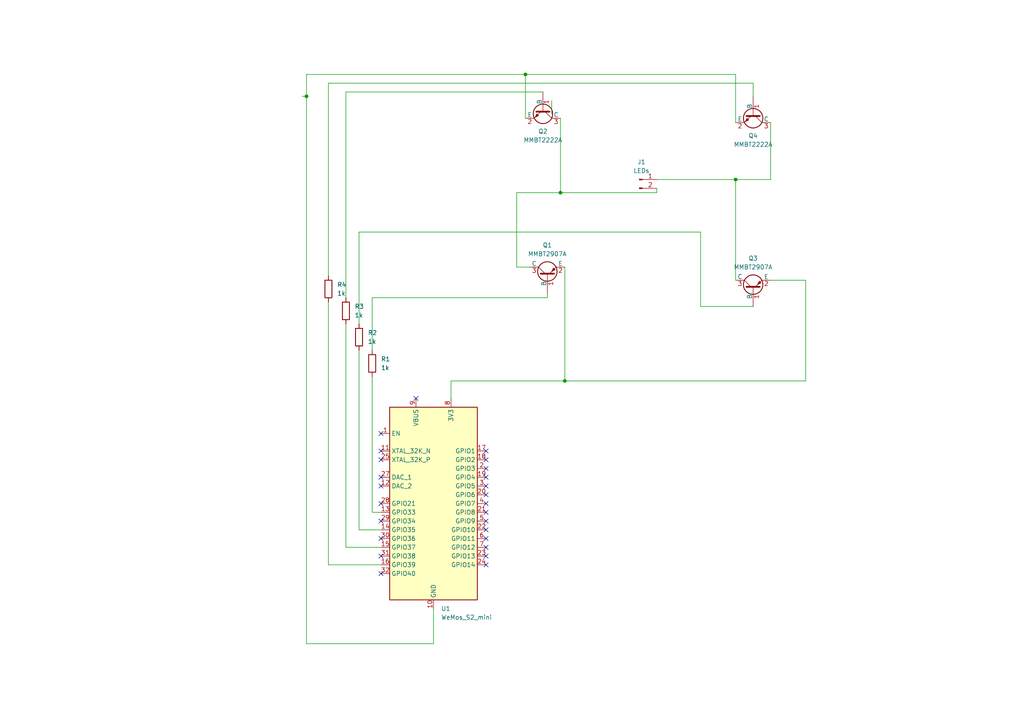
<source format=kicad_sch>
(kicad_sch (version 20231120) (generator "eeschema") (generator_version "8.0")
  (paper "A4")
  (lib_symbols
    (symbol "Connector:Conn_01x02_Pin" (pin_names (offset 1.016) hide)
      (property "Reference" "J" (at 0 2.54 0))
      (property "Value" "Conn_01x02_Pin" (at 0 -5.08 0))
      (symbol "Conn_01x02_Pin_1_1"
        (polyline (pts (xy 1.27 -2.54) (xy 0.8636 -2.54)) (stroke (width 0.1524)))
        (polyline (pts (xy 1.27 0) (xy 0.8636 0)) (stroke (width 0.1524)))
        (rectangle (start 0.8636 -2.413) (end 0 -2.667) (stroke (width 0.1524)) (fill (type outline)))
        (rectangle (start 0.8636 0.127) (end 0 -0.127) (stroke (width 0.1524)) (fill (type outline)))
        (pin passive line (at 5.08 0 180) (length 3.81) (name "Pin_1") (number "1"))
        (pin passive line (at 5.08 -2.54 180) (length 3.81) (name "Pin_2") (number "2"))
      )
    )
    (symbol "Device:Q_PNP_BEC" (pin_names (offset 0))
      (property "Reference" "Q" (at 5.08 1.27 0))
      (property "Value" "Q_PNP_BEC" (at 5.08 -1.27 0))
      (symbol "Q_PNP_BEC_0_1"
        (polyline (pts (xy 0.635 0.635) (xy 2.54 2.54)))
        (polyline (pts (xy 0.635 -0.635) (xy 2.54 -2.54) (xy 2.54 -2.54)))
        (polyline (pts (xy 0.635 1.905) (xy 0.635 -1.905) (xy 0.635 -1.905)) (stroke (width 0.508)))
        (polyline (pts (xy 2.286 -1.778) (xy 1.778 -2.286) (xy 1.27 -1.27) (xy 2.286 -1.778) (xy 2.286 -1.778)) (fill (type outline)))
        (circle (center 1.27 0) (radius 2.8194) (stroke (width 0.254)))
      )
      (symbol "Q_PNP_BEC_1_1"
        (pin input line (at -5.08 0 0) (length 5.715) (name "B") (number "1"))
        (pin passive line (at 2.54 -5.08 90) (length 2.54) (name "E") (number "2"))
        (pin passive line (at 2.54 5.08 270) (length 2.54) (name "C") (number "3"))
      )
    )
    (symbol "Device:R" (pin_numbers hide) (pin_names (offset 0))
      (property "Reference" "R" (at 2.032 0 90))
      (property "Value" "R" (at 0 0 90))
      (symbol "R_0_1"
        (rectangle (start -1.016 -2.54) (end 1.016 2.54) (stroke (width 0.254)))
      )
      (symbol "R_1_1"
        (pin passive line (at 0 3.81 270) (length 1.27) (name "~") (number "1"))
        (pin passive line (at 0 -3.81 90) (length 1.27) (name "~") (number "2"))
      )
    )
    (symbol "MMBT2222A_1" (pin_names (offset 0))
      (property "Reference" "Q" (at 5.08 1.905 0))
      (property "Value" "MMBT2222A" (at 5.08 0 0))
      (symbol "MMBT2222A_1_0_1"
        (polyline (pts (xy 0.635 0.635) (xy 2.54 2.54)))
        (polyline (pts (xy 0.635 -0.635) (xy 2.54 -2.54) (xy 2.54 -2.54)))
        (polyline (pts (xy 0.635 1.905) (xy 0.635 -1.905) (xy 0.635 -1.905)) (stroke (width 0.508)))
        (polyline (pts (xy 1.27 -1.778) (xy 1.778 -1.27) (xy 2.286 -2.286) (xy 1.27 -1.778) (xy 1.27 -1.778)) (fill (type outline)))
        (circle (center 1.27 0) (radius 2.8194) (stroke (width 0.254)))
      )
      (symbol "MMBT2222A_1_1_1"
        (pin input line (at -5.08 0 0) (length 5.715) (name "B") (number "1"))
        (pin passive line (at 2.54 -5.08 90) (length 2.54) (name "E") (number "2"))
        (pin passive line (at 2.54 5.08 270) (length 2.54) (name "C") (number "3"))
      )
    )
    (symbol "Q_PNP_BEC_1" (pin_names (offset 0))
      (property "Reference" "Q" (at 5.08 1.27 0))
      (property "Value" "Q_PNP_BEC" (at 5.08 -1.27 0))
      (symbol "Q_PNP_BEC_1_0_1"
        (polyline (pts (xy 0.635 0.635) (xy 2.54 2.54)))
        (polyline (pts (xy 0.635 -0.635) (xy 2.54 -2.54) (xy 2.54 -2.54)))
        (polyline (pts (xy 0.635 1.905) (xy 0.635 -1.905) (xy 0.635 -1.905)) (stroke (width 0.508)))
        (polyline (pts (xy 2.286 -1.778) (xy 1.778 -2.286) (xy 1.27 -1.27) (xy 2.286 -1.778) (xy 2.286 -1.778)) (fill (type outline)))
        (circle (center 1.27 0) (radius 2.8194) (stroke (width 0.254)))
      )
      (symbol "Q_PNP_BEC_1_1_1"
        (pin input line (at -5.08 0 0) (length 5.715) (name "B") (number "1"))
        (pin passive line (at 2.54 -5.08 90) (length 2.54) (name "E") (number "2"))
        (pin passive line (at 2.54 5.08 270) (length 2.54) (name "C") (number "3"))
      )
    )
    (symbol "Transistor_BJT:MMBT2222A" (pin_names (offset 0))
      (property "Reference" "Q" (at 5.08 1.905 0))
      (property "Value" "MMBT2222A" (at 5.08 0 0))
      (symbol "MMBT2222A_0_1"
        (polyline (pts (xy 0.635 0.635) (xy 2.54 2.54)))
        (polyline (pts (xy 0.635 -0.635) (xy 2.54 -2.54) (xy 2.54 -2.54)))
        (polyline (pts (xy 0.635 1.905) (xy 0.635 -1.905) (xy 0.635 -1.905)) (stroke (width 0.508)))
        (polyline (pts (xy 1.27 -1.778) (xy 1.778 -1.27) (xy 2.286 -2.286) (xy 1.27 -1.778) (xy 1.27 -1.778)) (fill (type outline)))
        (circle (center 1.27 0) (radius 2.8194) (stroke (width 0.254)))
      )
      (symbol "MMBT2222A_1_1"
        (pin input line (at -5.08 0 0) (length 5.715) (name "B") (number "1"))
        (pin passive line (at 2.54 -5.08 90) (length 2.54) (name "E") (number "2"))
        (pin passive line (at 2.54 5.08 270) (length 2.54) (name "C") (number "3"))
      )
    )
    (symbol "wemoss2:WeMos_S2_mini"
      (property "Reference" "U" (at 2.54 -30.48 0))
      (property "Value" "WeMos_S2_mini" (at 2.54 -33.02 0))
      (symbol "WeMos_S2_mini_1_1"
        (rectangle (start -12.7 27.94) (end 12.7 -27.94) (stroke (width 0.254)) (fill (type background)))
        (pin input line (at -15.24 20.32 0) (length 2.54) (name "EN") (number "1"))
        (pin power_in line (at 0 -30.48 90) (length 2.54) (name "GND") (number "10"))
        (pin input line (at -15.24 15.24 0) (length 2.54) (name "XTAL_32K_N") (number "11"))
        (pin output line (at -15.24 5.08 0) (length 2.54) (name "DAC_2") (number "12"))
        (pin bidirectional line (at -15.24 -2.54 0) (length 2.54) (name "GPIO33") (number "13"))
        (pin bidirectional line (at -15.24 -7.62 0) (length 2.54) (name "GPIO35") (number "14"))
        (pin bidirectional line (at -15.24 -12.7 0) (length 2.54) (name "GPIO37") (number "15"))
        (pin bidirectional line (at -15.24 -17.78 0) (length 2.54) (name "GPIO39") (number "16"))
        (pin bidirectional line (at 15.24 15.24 180) (length 2.54) (name "GPIO1") (number "17"))
        (pin bidirectional line (at 15.24 12.7 180) (length 2.54) (name "GPIO2") (number "18"))
        (pin bidirectional line (at 15.24 7.62 180) (length 2.54) (name "GPIO4") (number "19"))
        (pin bidirectional line (at 15.24 10.16 180) (length 2.54) (name "GPIO3") (number "2"))
        (pin bidirectional line (at 15.24 2.54 180) (length 2.54) (name "GPIO6") (number "20"))
        (pin bidirectional line (at 15.24 -2.54 180) (length 2.54) (name "GPIO8") (number "21"))
        (pin bidirectional line (at 15.24 -7.62 180) (length 2.54) (name "GPIO10") (number "22"))
        (pin bidirectional line (at 15.24 -15.24 180) (length 2.54) (name "GPIO13") (number "23"))
        (pin bidirectional line (at 15.24 -17.78 180) (length 2.54) (name "GPIO14") (number "24"))
        (pin output line (at -15.24 12.7 0) (length 2.54) (name "XTAL_32K_P") (number "25"))
        (pin passive line (at 0 -30.48 90) (length 2.54) hide (name "GND") (number "26"))
        (pin output line (at -15.24 7.62 0) (length 2.54) (name "DAC_1") (number "27"))
        (pin bidirectional line (at -15.24 0 0) (length 2.54) (name "GPIO21") (number "28"))
        (pin bidirectional line (at -15.24 -5.08 0) (length 2.54) (name "GPIO34") (number "29"))
        (pin bidirectional line (at 15.24 5.08 180) (length 2.54) (name "GPIO5") (number "3"))
        (pin bidirectional line (at -15.24 -10.16 0) (length 2.54) (name "GPIO36") (number "30"))
        (pin bidirectional line (at -15.24 -15.24 0) (length 2.54) (name "GPIO38") (number "31"))
        (pin bidirectional line (at -15.24 -20.32 0) (length 2.54) (name "GPIO40") (number "32"))
        (pin bidirectional line (at 15.24 0 180) (length 2.54) (name "GPIO7") (number "4"))
        (pin bidirectional line (at 15.24 -5.08 180) (length 2.54) (name "GPIO9") (number "5"))
        (pin bidirectional line (at 15.24 -10.16 180) (length 2.54) (name "GPIO11") (number "6"))
        (pin bidirectional line (at 15.24 -12.7 180) (length 2.54) (name "GPIO12") (number "7"))
        (pin power_out line (at 5.08 30.48 270) (length 2.54) (name "3V3") (number "8"))
        (pin power_out line (at -5.08 30.48 270) (length 2.54) (name "VBUS") (number "9"))
      )
    )
  )
  (junction (at 163.83 110.49))
  (junction (at 213.36 52.07))
  (junction (at 88.9 27.94))
  (junction (at 162.56 55.88))
  (junction (at 152.4 21.59))
  (no_connect (at 120.65 115.57))
  (no_connect (at 110.49 125.73))
  (no_connect (at 110.49 138.43))
  (no_connect (at 140.97 143.51))
  (no_connect (at 110.49 133.35))
  (no_connect (at 140.97 135.89))
  (no_connect (at 140.97 151.13))
  (no_connect (at 110.49 156.21))
  (no_connect (at 140.97 146.05))
  (no_connect (at 140.97 156.21))
  (no_connect (at 140.97 161.29))
  (no_connect (at 140.97 163.83))
  (no_connect (at 110.49 146.05))
  (no_connect (at 140.97 133.35))
  (no_connect (at 110.49 161.29))
  (no_connect (at 110.49 166.37))
  (no_connect (at 140.97 138.43))
  (no_connect (at 110.49 151.13))
  (no_connect (at 110.49 140.97))
  (no_connect (at 140.97 140.97))
  (no_connect (at 140.97 148.59))
  (no_connect (at 140.97 158.75))
  (no_connect (at 140.97 153.67))
  (no_connect (at 140.97 130.81))
  (no_connect (at 110.49 130.81))
  (wire (pts (xy 88.9 27.94) (xy 88.9 21.59)))
  (wire (pts (xy 100.33 86.36) (xy 100.33 26.67)))
  (wire (pts (xy 190.5 52.07) (xy 213.36 52.07)))
  (wire (pts (xy 149.86 55.88) (xy 149.86 77.47)))
  (wire (pts (xy 100.33 26.67) (xy 157.48 26.67)))
  (wire (pts (xy 223.52 35.56) (xy 223.52 52.07)))
  (wire (pts (xy 203.2 67.31) (xy 203.2 88.9)))
  (wire (pts (xy 213.36 21.59) (xy 213.36 35.56)))
  (wire (pts (xy 160.02 33.02) (xy 160.02 29.21)))
  (wire (pts (xy 190.5 54.61) (xy 190.5 55.88)))
  (wire (pts (xy 87.63 27.94) (xy 88.9 27.94)))
  (wire (pts (xy 107.95 109.22) (xy 107.95 148.59)))
  (wire (pts (xy 110.49 158.75) (xy 100.33 158.75)))
  (wire (pts (xy 218.44 24.13) (xy 218.44 27.94)))
  (wire (pts (xy 158.75 86.36) (xy 158.75 85.09)))
  (wire (pts (xy 130.81 110.49) (xy 130.81 115.57)))
  (wire (pts (xy 162.56 55.88) (xy 190.5 55.88)))
  (wire (pts (xy 125.73 186.69) (xy 88.9 186.69)))
  (wire (pts (xy 125.73 176.53) (xy 125.73 186.69)))
  (wire (pts (xy 104.14 67.31) (xy 203.2 67.31)))
  (wire (pts (xy 163.83 110.49) (xy 163.83 77.47)))
  (wire (pts (xy 95.25 87.63) (xy 95.25 163.83)))
  (wire (pts (xy 104.14 101.6) (xy 104.14 153.67)))
  (wire (pts (xy 107.95 86.36) (xy 158.75 86.36)))
  (wire (pts (xy 163.83 110.49) (xy 233.68 110.49)))
  (wire (pts (xy 88.9 21.59) (xy 152.4 21.59)))
  (wire (pts (xy 149.86 77.47) (xy 153.67 77.47)))
  (wire (pts (xy 110.49 153.67) (xy 104.14 153.67)))
  (wire (pts (xy 152.4 21.59) (xy 213.36 21.59)))
  (wire (pts (xy 203.2 88.9) (xy 218.44 88.9)))
  (wire (pts (xy 100.33 93.98) (xy 100.33 158.75)))
  (wire (pts (xy 213.36 52.07) (xy 213.36 81.28)))
  (wire (pts (xy 110.49 148.59) (xy 107.95 148.59)))
  (wire (pts (xy 233.68 110.49) (xy 233.68 81.28)))
  (wire (pts (xy 88.9 186.69) (xy 88.9 27.94)))
  (wire (pts (xy 149.86 55.88) (xy 162.56 55.88)))
  (wire (pts (xy 107.95 101.6) (xy 107.95 86.36)))
  (wire (pts (xy 110.49 163.83) (xy 95.25 163.83)))
  (wire (pts (xy 95.25 80.01) (xy 95.25 24.13)))
  (wire (pts (xy 104.14 93.98) (xy 104.14 67.31)))
  (wire (pts (xy 162.56 34.29) (xy 162.56 55.88)))
  (wire (pts (xy 223.52 52.07) (xy 213.36 52.07)))
  (wire (pts (xy 95.25 24.13) (xy 218.44 24.13)))
  (wire (pts (xy 233.68 81.28) (xy 223.52 81.28)))
  (wire (pts (xy 152.4 21.59) (xy 152.4 34.29)))
  (wire (pts (xy 130.81 110.49) (xy 163.83 110.49)))
  (symbol (lib_id "Device:R") (at 100.33 90.17 0) (unit 1)
    (property "Reference" "R3" (at 102.87 88.8999 0) (effects (justify left)))
    (property "Value" "1k" (at 102.87 91.4399 0) (effects (justify left)))
    (property "Footprint" "Resistor_SMD:R_0805_2012Metric_Pad1.20x1.40mm_HandSolder" (effects (hide yes)))
    (property "Description" "Resistor" (effects (hide yes)))
  )
  (symbol (lib_name "MMBT2222A_1") (lib_id "Transistor_BJT:MMBT2222A") (at 157.48 31.75 270) (unit 1)
    (property "Reference" "Q2" (at 157.48 38.1 90))
    (property "Value" "MMBT2222A" (at 157.48 40.64 90))
    (property "Footprint" "Package_TO_SOT_SMD:SOT-23" (effects (hide yes)))
    (property "Datasheet" "https://assets.nexperia.com/documents/data-sheet/MMBT2222A.pdf" (effects (hide yes)))
    (property "Description" "600mA Ic, 40V Vce, NPN Transistor, SOT-23" (effects (hide yes)))
  )
  (symbol (lib_id "Device:R") (at 107.95 105.41 0) (unit 1)
    (property "Reference" "R1" (at 110.49 104.1399 0) (effects (justify left)))
    (property "Value" "1k" (at 110.49 106.6799 0) (effects (justify left)))
    (property "Footprint" "Resistor_SMD:R_0805_2012Metric_Pad1.20x1.40mm_HandSolder" (effects (hide yes)))
    (property "Description" "Resistor" (effects (hide yes)))
  )
  (symbol (lib_id "wemoss2:WeMos_S2_mini") (at 125.73 146.05 0) (unit 1)
    (property "Reference" "U1" (at 127.9241 176.53 0) (effects (justify left)))
    (property "Value" "WeMos_S2_mini" (at 127.9241 179.07 0) (effects (justify left)))
    (property "Footprint" "esp32_led:esp32_led" (effects (hide yes)))
    (property "Datasheet" "https://www.wemos.cc/en/latest/s2/s2_mini.html" (effects (hide yes)))
    (property "Description" "32-bit microcontroller module with WiFi" (effects (hide yes)))
  )
  (symbol (lib_id "Device:R") (at 104.14 97.79 0) (unit 1)
    (property "Reference" "R2" (at 106.68 96.5199 0) (effects (justify left)))
    (property "Value" "1k" (at 106.68 99.0599 0) (effects (justify left)))
    (property "Footprint" "Resistor_SMD:R_0805_2012Metric_Pad1.20x1.40mm_HandSolder" (effects (hide yes)))
    (property "Description" "Resistor" (effects (hide yes)))
  )
  (symbol (lib_name "Q_PNP_BEC_1") (lib_id "Device:Q_PNP_BEC") (at 218.44 83.82 90) (unit 1)
    (property "Reference" "Q3" (at 218.44 74.93 90))
    (property "Value" "MMBT2907A" (at 218.44 77.47 90))
    (property "Footprint" "Package_TO_SOT_SMD:SOT-23" (effects (hide yes)))
    (property "Datasheet" "https://www.lcsc.com/datasheet/lcsc_datasheet_2205061000_Guangdong-Hottech-MMBT2907A_C181122.pdf" (effects (hide yes)))
    (property "Description" "60V 250mW 100@150mA,10V 600mA PNP SOT-23 Bipolar (BJT)" (effects (hide yes)))
  )
  (symbol (lib_id "Connector:Conn_01x02_Pin") (at 185.42 52.07 0) (unit 1)
    (property "Reference" "J1" (at 186.055 46.99 0))
    (property "Value" "LEDs" (at 186.055 49.53 0))
    (property "Footprint" "Connector_PinSocket_2.54mm:PinSocket_2x01_P2.54mm_Vertical" (effects (hide yes)))
    (property "Description" "Generic connector, single row, 01x02, script generated" (effects (hide yes)))
  )
  (symbol (lib_id "Device:R") (at 95.25 83.82 0) (unit 1)
    (property "Reference" "R4" (at 97.79 82.5499 0) (effects (justify left)))
    (property "Value" "1k" (at 97.79 85.0899 0) (effects (justify left)))
    (property "Footprint" "Resistor_SMD:R_0805_2012Metric_Pad1.20x1.40mm_HandSolder" (effects (hide yes)))
    (property "Description" "Resistor" (effects (hide yes)))
  )
  (symbol (lib_id "Transistor_BJT:MMBT2222A") (at 218.44 33.02 270) (unit 1)
    (property "Reference" "Q4" (at 218.44 39.37 90))
    (property "Value" "MMBT2222A" (at 218.44 41.91 90))
    (property "Footprint" "Package_TO_SOT_SMD:SOT-23" (effects (hide yes)))
    (property "Datasheet" "https://assets.nexperia.com/documents/data-sheet/MMBT2222A.pdf" (effects (hide yes)))
    (property "Description" "600mA Ic, 40V Vce, NPN Transistor, SOT-23" (effects (hide yes)))
  )
  (symbol (lib_id "Device:Q_PNP_BEC") (at 158.75 80.01 90) (unit 1)
    (property "Reference" "Q1" (at 158.75 71.12 90))
    (property "Value" "MMBT2907A" (at 158.75 73.66 90))
    (property "Footprint" "Package_TO_SOT_SMD:SOT-23" (effects (hide yes)))
    (property "Datasheet" "https://www.lcsc.com/datasheet/lcsc_datasheet_2205061000_Guangdong-Hottech-MMBT2907A_C181122.pdf" (effects (hide yes)))
    (property "Description" "60V 250mW 100@150mA,10V 600mA PNP SOT-23 Bipolar (BJT)" (effects (hide yes)))
  )
)
</source>
